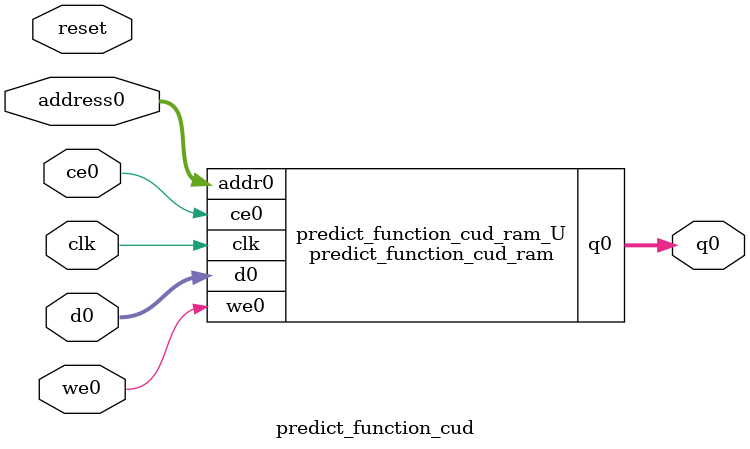
<source format=v>
`timescale 1 ns / 1 ps
module predict_function_cud_ram (addr0, ce0, d0, we0, q0,  clk);

parameter DWIDTH = 32;
parameter AWIDTH = 13;
parameter MEM_SIZE = 7840;

input[AWIDTH-1:0] addr0;
input ce0;
input[DWIDTH-1:0] d0;
input we0;
output reg[DWIDTH-1:0] q0;
input clk;

(* ram_style = "block" *)reg [DWIDTH-1:0] ram[0:MEM_SIZE-1];




always @(posedge clk)  
begin 
    if (ce0) 
    begin
        if (we0) 
        begin 
            ram[addr0] <= d0; 
        end 
        q0 <= ram[addr0];
    end
end


endmodule

`timescale 1 ns / 1 ps
module predict_function_cud(
    reset,
    clk,
    address0,
    ce0,
    we0,
    d0,
    q0);

parameter DataWidth = 32'd32;
parameter AddressRange = 32'd7840;
parameter AddressWidth = 32'd13;
input reset;
input clk;
input[AddressWidth - 1:0] address0;
input ce0;
input we0;
input[DataWidth - 1:0] d0;
output[DataWidth - 1:0] q0;



predict_function_cud_ram predict_function_cud_ram_U(
    .clk( clk ),
    .addr0( address0 ),
    .ce0( ce0 ),
    .we0( we0 ),
    .d0( d0 ),
    .q0( q0 ));

endmodule


</source>
